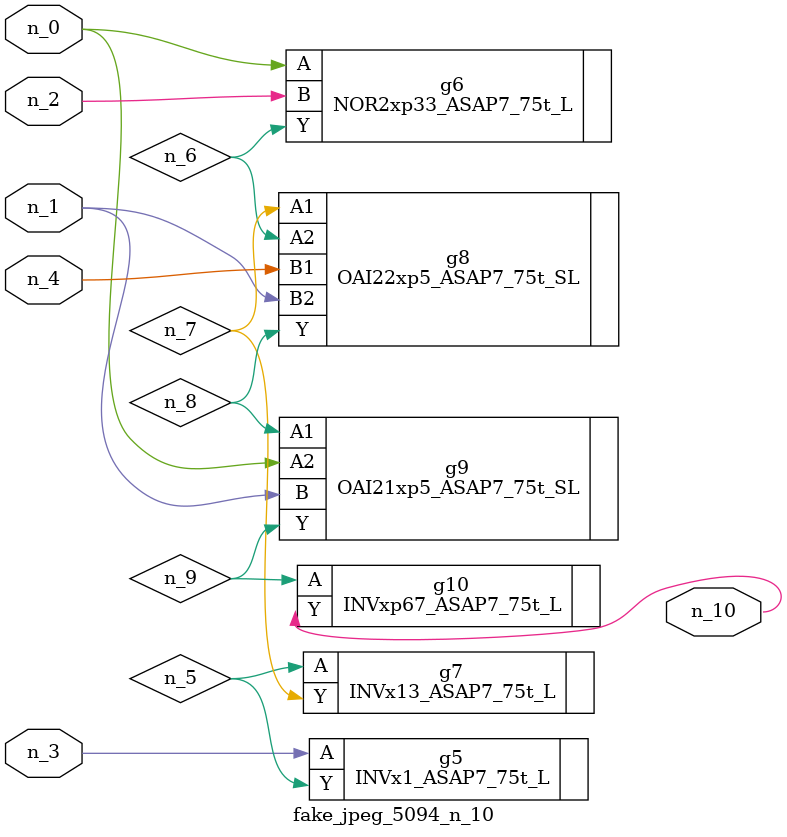
<source format=v>
module fake_jpeg_5094_n_10 (n_3, n_2, n_1, n_0, n_4, n_10);

input n_3;
input n_2;
input n_1;
input n_0;
input n_4;

output n_10;

wire n_8;
wire n_9;
wire n_6;
wire n_5;
wire n_7;

INVx1_ASAP7_75t_L g5 ( 
.A(n_3),
.Y(n_5)
);

NOR2xp33_ASAP7_75t_L g6 ( 
.A(n_0),
.B(n_2),
.Y(n_6)
);

INVx13_ASAP7_75t_L g7 ( 
.A(n_5),
.Y(n_7)
);

OAI22xp5_ASAP7_75t_SL g8 ( 
.A1(n_7),
.A2(n_6),
.B1(n_4),
.B2(n_1),
.Y(n_8)
);

OAI21xp5_ASAP7_75t_SL g9 ( 
.A1(n_8),
.A2(n_0),
.B(n_1),
.Y(n_9)
);

INVxp67_ASAP7_75t_L g10 ( 
.A(n_9),
.Y(n_10)
);


endmodule
</source>
